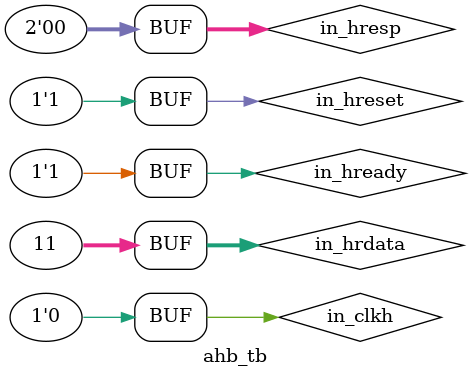
<source format=v>
module ahb_tb();

reg in_clkh, in_hreset, in_hready;
reg [1:0] in_hresp;
reg [31:0] in_hrdata;

wire out_hwrite;
wire [1:0] out_htrans;
wire [2:0] out_hsize, out_hburst;
wire [31:0] out_haddr, out_hwdata;

AHB_control_unit ahb (.iHCLK (in_clkh),
            .iHRESETn (in_hreset),
            .iHREADY (in_hready),
            .iHRESP (in_hresp),
            .iHRDATA (in_hrdata),
            
            .oHTRANS (out_htrans),
            .oHSIZE (out_hsize),
            .oHBURST (out_hburst),
            .oHWRITE (out_hwrite),
            .oHADDR (out_haddr),
            .oHWDATA (out_hwdata)
            );

initial
begin

//cycle 0

in_hreset = 1;
in_hready = 0;
in_hresp = 0;
in_hrdata = 0;
in_clkh = 0; #10;
in_clkh = 1; #10;
in_clkh = 0; #10;

in_hreset = 0;
in_clkh = 1; #10;
in_clkh = 0; #10;

in_hreset = 1;
in_clkh = 1; #10;
in_clkh = 0; #10;

in_hready = 1;
in_clkh = 1; #10;
in_clkh = 0; #10;

in_clkh = 1; #10;
//100 ns
in_clkh = 0;#10;

in_clkh = 1; #10;
in_clkh = 0; #10;

in_clkh = 1; #10;
in_clkh = 0; #10;

//150 ns
in_hrdata[3:0] = 4'b1011;
in_clkh = 1; #10;
in_clkh = 0; #10;

in_hready = 0;
in_clkh = 1; #10;
in_clkh = 0; #10;

in_clkh = 1; #10;
//200 ns
in_clkh = 0; #10;

in_clkh = 1; #10;
in_clkh = 0; #10;

in_clkh = 1; #10;
in_clkh = 0; #10;

//250 ns
in_hready = 1;
in_clkh = 1; #10;
in_clkh = 0; #10;

in_clkh = 1; #10;
in_clkh = 0; #10;

in_clkh = 1; #10;
in_clkh = 0; #10;

in_clkh = 1; #10;
in_clkh = 0; #10;


end
endmodule

</source>
